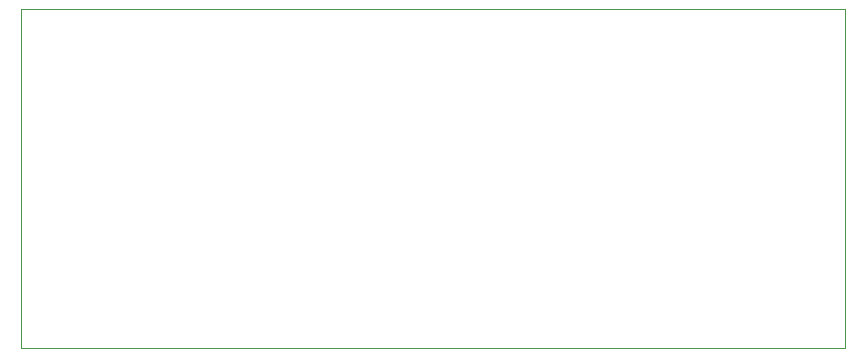
<source format=gbr>
G04 #@! TF.GenerationSoftware,KiCad,Pcbnew,(5.1.5)-3*
G04 #@! TF.CreationDate,2020-01-18T16:26:57-08:00*
G04 #@! TF.ProjectId,Power Amplifier 1,506f7765-7220-4416-9d70-6c6966696572,rev?*
G04 #@! TF.SameCoordinates,Original*
G04 #@! TF.FileFunction,Profile,NP*
%FSLAX46Y46*%
G04 Gerber Fmt 4.6, Leading zero omitted, Abs format (unit mm)*
G04 Created by KiCad (PCBNEW (5.1.5)-3) date 2020-01-18 16:26:57*
%MOMM*%
%LPD*%
G04 APERTURE LIST*
%ADD10C,0.050000*%
G04 APERTURE END LIST*
D10*
X86000000Y-36537900D02*
X86000000Y-65278000D01*
X16256000Y-65278000D02*
X86000000Y-65278000D01*
X16256000Y-36537900D02*
X16256000Y-65278000D01*
X16256000Y-36537900D02*
X86000000Y-36537900D01*
M02*

</source>
